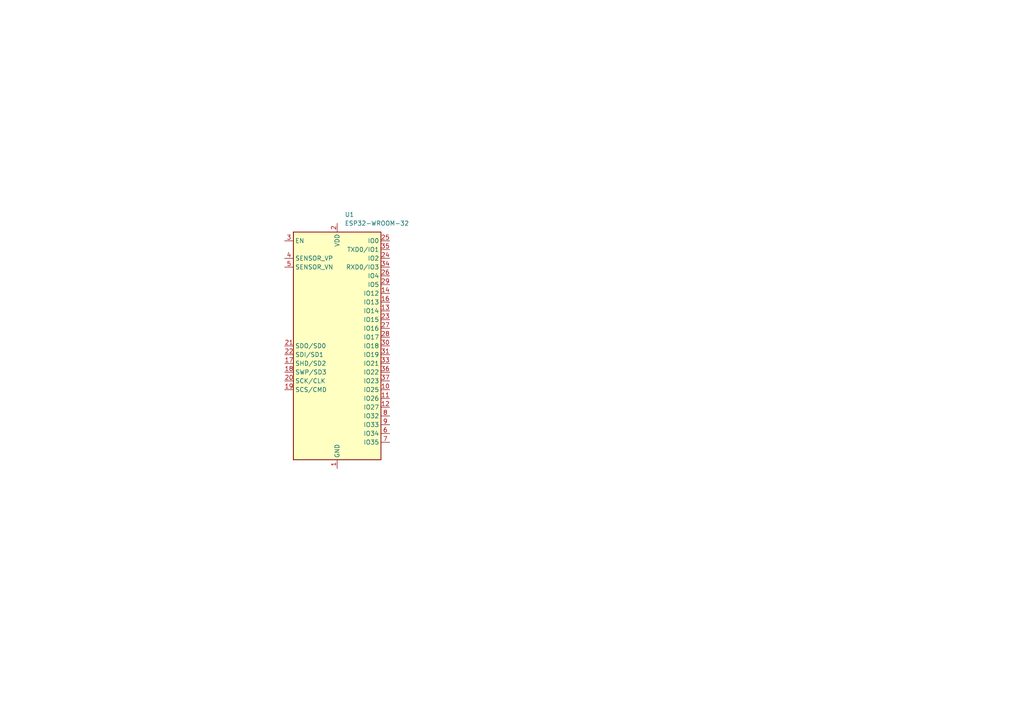
<source format=kicad_sch>
(kicad_sch (version 20231120) (generator "eeschema") (generator_version "8.0")
  (paper "A4")
  (lib_symbols
    (symbol "RF_Module:ESP32-WROOM-32"
      (property "Reference" "U" (at -12.7 34.29 0))
      (property "Value" "ESP32-WROOM-32" (at 1.27 34.29 0))
      (symbol "ESP32-WROOM-32_0_1"
        (rectangle (start -12.7 33.02) (end 12.7 -33.02) (stroke (width 0.254)) (fill (type background)))
      )
      (symbol "ESP32-WROOM-32_1_1"
        (pin power_in line (at 0 -35.56 90) (length 2.54) (name "GND") (number "1"))
        (pin bidirectional line (at 15.24 -12.7 180) (length 2.54) (name "IO25") (number "10"))
        (pin bidirectional line (at 15.24 -15.24 180) (length 2.54) (name "IO26") (number "11"))
        (pin bidirectional line (at 15.24 -17.78 180) (length 2.54) (name "IO27") (number "12"))
        (pin bidirectional line (at 15.24 10.16 180) (length 2.54) (name "IO14") (number "13"))
        (pin bidirectional line (at 15.24 15.24 180) (length 2.54) (name "IO12") (number "14"))
        (pin passive line (at 0 -35.56 90) (length 2.54) hide (name "GND") (number "15"))
        (pin bidirectional line (at 15.24 12.7 180) (length 2.54) (name "IO13") (number "16"))
        (pin bidirectional line (at -15.24 -5.08 0) (length 2.54) (name "SHD/SD2") (number "17"))
        (pin bidirectional line (at -15.24 -7.62 0) (length 2.54) (name "SWP/SD3") (number "18"))
        (pin bidirectional line (at -15.24 -12.7 0) (length 2.54) (name "SCS/CMD") (number "19"))
        (pin power_in line (at 0 35.56 270) (length 2.54) (name "VDD") (number "2"))
        (pin bidirectional line (at -15.24 -10.16 0) (length 2.54) (name "SCK/CLK") (number "20"))
        (pin bidirectional line (at -15.24 0 0) (length 2.54) (name "SDO/SD0") (number "21"))
        (pin bidirectional line (at -15.24 -2.54 0) (length 2.54) (name "SDI/SD1") (number "22"))
        (pin bidirectional line (at 15.24 7.62 180) (length 2.54) (name "IO15") (number "23"))
        (pin bidirectional line (at 15.24 25.4 180) (length 2.54) (name "IO2") (number "24"))
        (pin bidirectional line (at 15.24 30.48 180) (length 2.54) (name "IO0") (number "25"))
        (pin bidirectional line (at 15.24 20.32 180) (length 2.54) (name "IO4") (number "26"))
        (pin bidirectional line (at 15.24 5.08 180) (length 2.54) (name "IO16") (number "27"))
        (pin bidirectional line (at 15.24 2.54 180) (length 2.54) (name "IO17") (number "28"))
        (pin bidirectional line (at 15.24 17.78 180) (length 2.54) (name "IO5") (number "29"))
        (pin input line (at -15.24 30.48 0) (length 2.54) (name "EN") (number "3"))
        (pin bidirectional line (at 15.24 0 180) (length 2.54) (name "IO18") (number "30"))
        (pin bidirectional line (at 15.24 -2.54 180) (length 2.54) (name "IO19") (number "31"))
        (pin no_connect line (at -12.7 -27.94 0) (length 2.54) hide (name "NC") (number "32"))
        (pin bidirectional line (at 15.24 -5.08 180) (length 2.54) (name "IO21") (number "33"))
        (pin bidirectional line (at 15.24 22.86 180) (length 2.54) (name "RXD0/IO3") (number "34"))
        (pin bidirectional line (at 15.24 27.94 180) (length 2.54) (name "TXD0/IO1") (number "35"))
        (pin bidirectional line (at 15.24 -7.62 180) (length 2.54) (name "IO22") (number "36"))
        (pin bidirectional line (at 15.24 -10.16 180) (length 2.54) (name "IO23") (number "37"))
        (pin passive line (at 0 -35.56 90) (length 2.54) hide (name "GND") (number "38"))
        (pin passive line (at 0 -35.56 90) (length 2.54) hide (name "GND") (number "39"))
        (pin input line (at -15.24 25.4 0) (length 2.54) (name "SENSOR_VP") (number "4"))
        (pin input line (at -15.24 22.86 0) (length 2.54) (name "SENSOR_VN") (number "5"))
        (pin input line (at 15.24 -25.4 180) (length 2.54) (name "IO34") (number "6"))
        (pin input line (at 15.24 -27.94 180) (length 2.54) (name "IO35") (number "7"))
        (pin bidirectional line (at 15.24 -20.32 180) (length 2.54) (name "IO32") (number "8"))
        (pin bidirectional line (at 15.24 -22.86 180) (length 2.54) (name "IO33") (number "9"))
      )
    )
  )
  (symbol (lib_id "RF_Module:ESP32-WROOM-32") (at 97.79 100.33 0) (unit 1)
    (property "Reference" "U1" (at 99.9841 62.23 0) (effects (justify left)))
    (property "Value" "ESP32-WROOM-32" (at 99.9841 64.77 0) (effects (justify left)))
    (property "Footprint" "RF_Module:ESP32-WROOM-32" (effects (hide yes)))
    (property "Datasheet" "https://www.espressif.com/sites/default/files/documentation/esp32-wroom-32_datasheet_en.pdf" (effects (hide yes)))
    (property "Description" "RF Module, ESP32-D0WDQ6 SoC, Wi-Fi 802.11b/g/n, Bluetooth, BLE, 32-bit, 2.7-3.6V, onboard antenna, SMD" (effects (hide yes)))
  )
)
</source>
